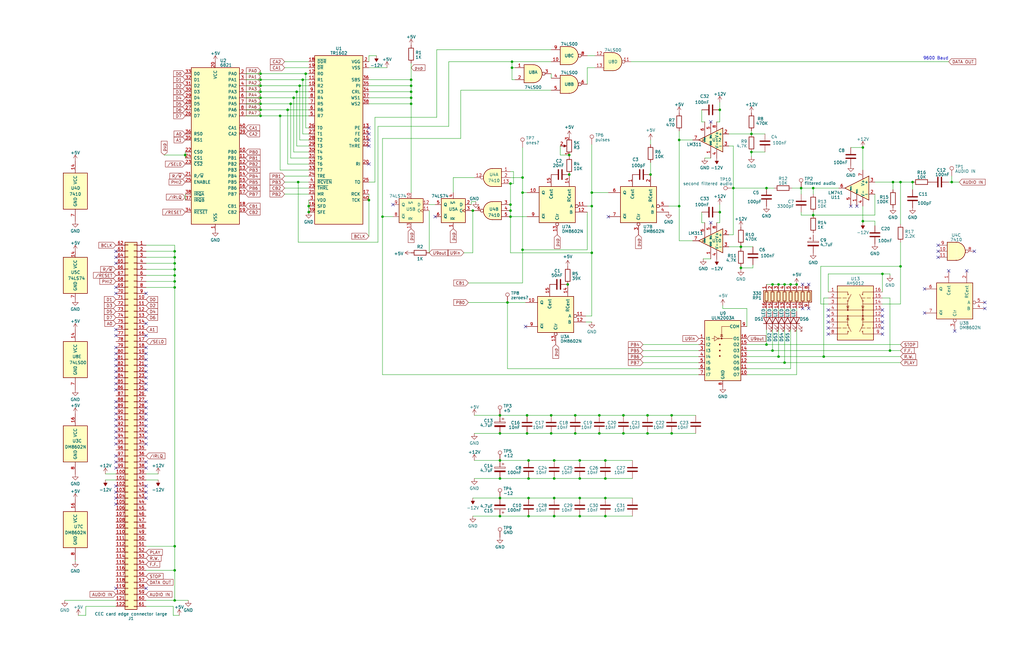
<source format=kicad_sch>
(kicad_sch (version 20230121) (generator eeschema)
  (paper "B")
  (junction (at 325.755 120.015))
  (junction (at 199.39 88.9))
  (junction (at 239.395 120.015))
  (junction (at 328.295 120.015))
  (junction (at 210.82 201.93))
  (junction (at 273.05 175.26))
  (junction (at 244.475 201.93))
  (junction (at 309.245 79.375))
  (junction (at 274.32 73.66))
  (junction (at 384.81 76.835))
  (junction (at 222.25 182.88))
  (junction (at 312.42 104.14))
  (junction (at 125.095 38.735))
  (junction (at 286.385 59.055))
  (junction (at 233.68 217.805))
  (junction (at 173.355 43.815))
  (junction (at 125.73 76.835))
  (junction (at 215.9 28.575))
  (junction (at 286.385 86.995))
  (junction (at 118.11 48.895))
  (junction (at 363.855 62.23))
  (junction (at 210.82 210.185))
  (junction (at 121.285 46.355))
  (junction (at 130.175 89.535))
  (junction (at 232.41 175.26))
  (junction (at 173.355 41.275))
  (junction (at 215.265 88.9))
  (junction (at 127.635 33.655))
  (junction (at 109.855 43.815))
  (junction (at 312.42 113.03))
  (junction (at 123.825 41.275))
  (junction (at 376.555 76.835))
  (junction (at 109.855 31.115))
  (junction (at 303.53 89.535))
  (junction (at 316.865 56.515))
  (junction (at 232.41 182.88))
  (junction (at 330.835 120.015))
  (junction (at 210.82 175.26))
  (junction (at 244.475 217.805))
  (junction (at 215.9 26.035))
  (junction (at 379.73 112.395))
  (junction (at 255.27 201.93))
  (junction (at 128.905 31.115))
  (junction (at 109.855 36.195))
  (junction (at 325.755 147.955))
  (junction (at 244.475 194.31))
  (junction (at 233.68 201.93))
  (junction (at 240.03 65.405))
  (junction (at 155.575 84.455))
  (junction (at 210.82 217.805))
  (junction (at 73.66 253.365))
  (junction (at 330.835 153.035))
  (junction (at 109.855 46.355))
  (junction (at 233.68 194.31))
  (junction (at 210.82 194.31))
  (junction (at 222.25 175.26))
  (junction (at 222.885 194.31))
  (junction (at 372.11 115.57))
  (junction (at 262.89 175.26))
  (junction (at 401.32 76.835))
  (junction (at 283.21 182.88))
  (junction (at 109.855 33.655))
  (junction (at 316.865 64.135))
  (junction (at 240.03 73.66))
  (junction (at 73.66 108.585))
  (junction (at 379.73 76.835))
  (junction (at 249.555 81.28))
  (junction (at 78.105 65.405))
  (junction (at 249.555 86.995))
  (junction (at 215.265 86.36))
  (junction (at 122.555 43.815))
  (junction (at 255.27 217.805))
  (junction (at 328.295 150.495))
  (junction (at 335.915 120.015))
  (junction (at 73.66 116.205))
  (junction (at 375.285 147.955))
  (junction (at 215.265 91.44))
  (junction (at 323.215 145.415))
  (junction (at 210.82 182.88))
  (junction (at 255.27 210.185))
  (junction (at 244.475 210.185))
  (junction (at 109.855 38.735))
  (junction (at 262.89 182.88))
  (junction (at 242.57 175.26))
  (junction (at 173.355 36.195))
  (junction (at 213.995 127.635))
  (junction (at 73.66 118.745))
  (junction (at 303.53 46.355))
  (junction (at 283.21 175.26))
  (junction (at 73.66 121.285))
  (junction (at 252.73 182.88))
  (junction (at 109.855 41.275))
  (junction (at 109.855 48.895))
  (junction (at 73.66 111.125))
  (junction (at 126.365 36.195))
  (junction (at 73.66 240.665))
  (junction (at 273.05 182.88))
  (junction (at 73.66 230.505))
  (junction (at 363.855 93.345))
  (junction (at 222.885 201.93))
  (junction (at 220.345 105.41))
  (junction (at 342.9 90.805))
  (junction (at 220.345 74.93))
  (junction (at 337.82 79.375))
  (junction (at 233.68 210.185))
  (junction (at 215.265 77.47))
  (junction (at 73.66 106.045))
  (junction (at 222.885 217.805))
  (junction (at 73.66 113.665))
  (junction (at 347.345 150.495))
  (junction (at 323.215 79.375))
  (junction (at 252.73 175.26))
  (junction (at 130.175 86.995))
  (junction (at 222.885 210.185))
  (junction (at 220.345 81.28))
  (junction (at 173.355 38.735))
  (junction (at 249.555 106.68))
  (junction (at 333.375 120.015))
  (junction (at 173.355 33.655))
  (junction (at 342.9 79.375))
  (junction (at 255.27 194.31))
  (junction (at 161.29 91.44))
  (junction (at 242.57 182.88))
  (no_connect (at 48.895 111.125))
  (no_connect (at 48.895 164.465))
  (no_connect (at 48.895 182.245))
  (no_connect (at 61.595 161.925))
  (no_connect (at 61.595 248.285))
  (no_connect (at 48.895 174.625))
  (no_connect (at 61.595 207.645))
  (no_connect (at 48.895 169.545))
  (no_connect (at 48.895 194.945))
  (no_connect (at 155.575 53.975))
  (no_connect (at 61.595 149.225))
  (no_connect (at 48.895 248.285))
  (no_connect (at 61.595 159.385))
  (no_connect (at 48.895 123.825))
  (no_connect (at 349.25 133.35))
  (no_connect (at 340.995 130.175))
  (no_connect (at 349.25 138.43))
  (no_connect (at 61.595 154.305))
  (no_connect (at 48.895 141.605))
  (no_connect (at 372.11 135.89))
  (no_connect (at 48.895 146.685))
  (no_connect (at 340.995 120.015))
  (no_connect (at 48.895 184.785))
  (no_connect (at 165.735 86.36))
  (no_connect (at 256.54 91.44))
  (no_connect (at 48.895 179.705))
  (no_connect (at 61.595 210.185))
  (no_connect (at 48.895 192.405))
  (no_connect (at 61.595 156.845))
  (no_connect (at 48.895 212.725))
  (no_connect (at 155.575 61.595))
  (no_connect (at 48.895 156.845))
  (no_connect (at 395.605 106.045))
  (no_connect (at 338.455 130.175))
  (no_connect (at 221.615 137.795))
  (no_connect (at 61.595 136.525))
  (no_connect (at 48.895 121.285))
  (no_connect (at 61.595 141.605))
  (no_connect (at 61.595 184.785))
  (no_connect (at 48.895 161.925))
  (no_connect (at 48.895 108.585))
  (no_connect (at 402.59 139.7))
  (no_connect (at 395.605 108.585))
  (no_connect (at 299.72 93.98))
  (no_connect (at 61.595 194.945))
  (no_connect (at 372.11 138.43))
  (no_connect (at 155.575 56.515))
  (no_connect (at 395.605 103.505))
  (no_connect (at 183.515 91.44))
  (no_connect (at 349.25 135.89))
  (no_connect (at 48.895 187.325))
  (no_connect (at 61.595 205.105))
  (no_connect (at 415.29 130.175))
  (no_connect (at 358.775 86.995))
  (no_connect (at 48.895 197.485))
  (no_connect (at 155.575 59.055))
  (no_connect (at 407.67 114.3))
  (no_connect (at 61.595 123.825))
  (no_connect (at 61.595 177.165))
  (no_connect (at 372.11 140.97))
  (no_connect (at 61.595 164.465))
  (no_connect (at 48.895 139.065))
  (no_connect (at 61.595 187.325))
  (no_connect (at 155.575 69.215))
  (no_connect (at 48.895 210.185))
  (no_connect (at 61.595 146.685))
  (no_connect (at 349.25 130.81))
  (no_connect (at 400.05 114.3))
  (no_connect (at 410.845 106.045))
  (no_connect (at 48.895 177.165))
  (no_connect (at 48.895 106.045))
  (no_connect (at 389.89 121.92))
  (no_connect (at 299.72 51.435))
  (no_connect (at 372.11 130.81))
  (no_connect (at 48.895 149.225))
  (no_connect (at 338.455 120.015))
  (no_connect (at 372.11 133.35))
  (no_connect (at 61.595 174.625))
  (no_connect (at 48.895 205.105))
  (no_connect (at 48.895 151.765))
  (no_connect (at 61.595 169.545))
  (no_connect (at 361.315 86.995))
  (no_connect (at 389.89 132.08))
  (no_connect (at 61.595 172.085))
  (no_connect (at 48.895 159.385))
  (no_connect (at 61.595 151.765))
  (no_connect (at 349.25 140.97))
  (no_connect (at 61.595 182.245))
  (no_connect (at 415.29 127.635))
  (no_connect (at 48.895 154.305))
  (no_connect (at 61.595 197.485))
  (no_connect (at 48.895 172.085))
  (no_connect (at 48.895 207.645))
  (no_connect (at 61.595 179.705))
  (wire (pts (xy 379.73 102.235) (xy 379.73 112.395)))
  (wire (pts (xy 274.32 68.58) (xy 274.32 73.66)))
  (wire (pts (xy 307.34 99.06) (xy 309.245 99.06)))
  (wire (pts (xy 184.15 20.955) (xy 232.41 20.955)))
  (wire (pts (xy 330.835 139.065) (xy 330.835 153.035)))
  (wire (pts (xy 309.245 79.375) (xy 323.215 79.375)))
  (wire (pts (xy 297.18 93.98) (xy 295.91 93.98)))
  (wire (pts (xy 200.025 182.88) (xy 210.82 182.88)))
  (wire (pts (xy 233.68 210.185) (xy 244.475 210.185)))
  (wire (pts (xy 297.18 66.675) (xy 299.72 66.675)))
  (wire (pts (xy 325.755 131.445) (xy 325.755 130.175)))
  (wire (pts (xy 337.82 81.915) (xy 337.82 79.375)))
  (wire (pts (xy 215.9 28.575) (xy 215.9 33.655)))
  (wire (pts (xy 159.385 53.34) (xy 189.23 53.34)))
  (wire (pts (xy 222.25 182.88) (xy 232.41 182.88)))
  (wire (pts (xy 349.25 115.57) (xy 349.25 123.19)))
  (wire (pts (xy 222.885 210.185) (xy 233.68 210.185)))
  (wire (pts (xy 109.855 43.815) (xy 122.555 43.815)))
  (wire (pts (xy 123.825 41.275) (xy 130.175 41.275)))
  (wire (pts (xy 155.575 76.835) (xy 158.115 76.835)))
  (wire (pts (xy 73.66 230.505) (xy 73.66 240.665)))
  (wire (pts (xy 222.885 201.93) (xy 233.68 201.93)))
  (wire (pts (xy 249.555 135.89) (xy 247.015 135.89)))
  (wire (pts (xy 61.595 103.505) (xy 73.66 103.505)))
  (wire (pts (xy 73.66 253.365) (xy 79.375 253.365)))
  (wire (pts (xy 247.65 105.41) (xy 220.345 105.41)))
  (wire (pts (xy 61.595 108.585) (xy 73.66 108.585)))
  (wire (pts (xy 249.555 106.68) (xy 215.265 106.68)))
  (wire (pts (xy 236.22 65.405) (xy 236.22 61.595)))
  (wire (pts (xy 401.32 76.835) (xy 401.32 74.295)))
  (wire (pts (xy 242.57 175.26) (xy 252.73 175.26)))
  (wire (pts (xy 375.285 125.73) (xy 375.285 147.955)))
  (wire (pts (xy 130.175 53.975) (xy 128.905 53.975)))
  (wire (pts (xy 121.285 69.215) (xy 121.285 46.355)))
  (wire (pts (xy 281.94 86.995) (xy 286.385 86.995)))
  (wire (pts (xy 217.17 33.655) (xy 215.9 33.655)))
  (wire (pts (xy 296.545 109.22) (xy 299.72 109.22)))
  (wire (pts (xy 330.835 120.015) (xy 333.375 120.015)))
  (wire (pts (xy 73.66 106.045) (xy 61.595 106.045)))
  (wire (pts (xy 337.82 89.535) (xy 337.82 90.805)))
  (wire (pts (xy 342.9 79.375) (xy 353.695 79.375)))
  (wire (pts (xy 249.555 106.68) (xy 249.555 133.35)))
  (wire (pts (xy 78.105 81.915) (xy 78.105 84.455)))
  (wire (pts (xy 349.25 128.27) (xy 346.075 128.27)))
  (wire (pts (xy 78.105 64.135) (xy 78.105 65.405)))
  (wire (pts (xy 379.73 112.395) (xy 379.73 128.27)))
  (wire (pts (xy 180.975 106.68) (xy 180.975 88.9)))
  (wire (pts (xy 314.96 153.035) (xy 330.835 153.035)))
  (wire (pts (xy 215.265 86.36) (xy 215.265 88.9)))
  (wire (pts (xy 109.855 33.655) (xy 127.635 33.655)))
  (wire (pts (xy 283.21 182.88) (xy 293.37 182.88)))
  (wire (pts (xy 194.31 58.42) (xy 194.31 38.1)))
  (wire (pts (xy 347.345 125.73) (xy 347.345 150.495)))
  (wire (pts (xy 161.29 158.115) (xy 294.64 158.115)))
  (wire (pts (xy 323.215 131.445) (xy 323.215 130.175)))
  (wire (pts (xy 307.34 56.515) (xy 316.865 56.515)))
  (wire (pts (xy 379.73 128.27) (xy 372.11 128.27)))
  (wire (pts (xy 61.595 200.025) (xy 66.675 200.025)))
  (wire (pts (xy 372.11 123.19) (xy 372.11 115.57)))
  (wire (pts (xy 233.68 201.93) (xy 244.475 201.93)))
  (wire (pts (xy 273.05 182.88) (xy 283.21 182.88)))
  (wire (pts (xy 335.915 139.065) (xy 335.915 158.115)))
  (wire (pts (xy 244.475 194.31) (xy 255.27 194.31)))
  (wire (pts (xy 126.365 59.055) (xy 126.365 36.195)))
  (wire (pts (xy 130.175 59.055) (xy 126.365 59.055)))
  (wire (pts (xy 303.53 43.18) (xy 303.53 46.355)))
  (wire (pts (xy 118.11 71.755) (xy 118.11 48.895)))
  (wire (pts (xy 333.375 120.015) (xy 335.915 120.015)))
  (wire (pts (xy 376.555 76.835) (xy 379.73 76.835)))
  (wire (pts (xy 155.575 23.495) (xy 155.575 26.035)))
  (wire (pts (xy 312.42 104.775) (xy 312.42 104.14)))
  (wire (pts (xy 309.245 61.595) (xy 309.245 79.375)))
  (wire (pts (xy 189.23 26.035) (xy 215.9 26.035)))
  (wire (pts (xy 155.575 33.655) (xy 173.355 33.655)))
  (wire (pts (xy 363.855 62.23) (xy 358.775 62.23)))
  (wire (pts (xy 120.015 74.295) (xy 130.175 74.295)))
  (wire (pts (xy 323.215 139.065) (xy 323.215 145.415)))
  (wire (pts (xy 155.575 36.195) (xy 173.355 36.195)))
  (wire (pts (xy 252.73 175.26) (xy 262.89 175.26)))
  (wire (pts (xy 158.75 23.495) (xy 155.575 23.495)))
  (wire (pts (xy 191.135 74.93) (xy 191.135 81.28)))
  (wire (pts (xy 103.505 38.735) (xy 109.855 38.735)))
  (wire (pts (xy 199.39 210.185) (xy 210.82 210.185)))
  (wire (pts (xy 249.555 60.96) (xy 249.555 81.28)))
  (wire (pts (xy 121.285 46.355) (xy 130.175 46.355)))
  (wire (pts (xy 328.295 131.445) (xy 328.295 130.175)))
  (wire (pts (xy 322.58 64.135) (xy 316.865 64.135)))
  (wire (pts (xy 197.485 119.38) (xy 220.345 119.38)))
  (wire (pts (xy 210.82 194.31) (xy 222.885 194.31)))
  (wire (pts (xy 349.25 115.57) (xy 372.11 115.57)))
  (wire (pts (xy 335.915 131.445) (xy 335.915 130.175)))
  (wire (pts (xy 292.1 59.055) (xy 286.385 59.055)))
  (wire (pts (xy 118.11 48.895) (xy 130.175 48.895)))
  (wire (pts (xy 215.265 91.44) (xy 215.265 88.9)))
  (wire (pts (xy 213.995 155.575) (xy 294.64 155.575)))
  (wire (pts (xy 303.53 93.98) (xy 303.53 89.535)))
  (wire (pts (xy 103.505 48.895) (xy 109.855 48.895)))
  (wire (pts (xy 215.9 26.035) (xy 232.41 26.035)))
  (wire (pts (xy 312.42 113.03) (xy 317.5 113.03)))
  (wire (pts (xy 73.025 255.905) (xy 61.595 255.905)))
  (wire (pts (xy 368.935 90.805) (xy 368.935 81.915)))
  (wire (pts (xy 61.595 240.665) (xy 73.66 240.665)))
  (wire (pts (xy 44.45 202.565) (xy 48.895 202.565)))
  (wire (pts (xy 233.68 194.31) (xy 244.475 194.31)))
  (wire (pts (xy 286.385 55.245) (xy 286.385 59.055)))
  (wire (pts (xy 161.29 58.42) (xy 194.31 58.42)))
  (wire (pts (xy 249.555 133.35) (xy 247.015 133.35)))
  (wire (pts (xy 222.885 217.805) (xy 233.68 217.805)))
  (wire (pts (xy 44.45 200.025) (xy 48.895 200.025)))
  (wire (pts (xy 346.075 128.27) (xy 346.075 112.395)))
  (wire (pts (xy 130.175 64.135) (xy 123.825 64.135)))
  (wire (pts (xy 333.375 139.065) (xy 333.375 155.575)))
  (wire (pts (xy 130.175 69.215) (xy 121.285 69.215)))
  (wire (pts (xy 69.215 65.405) (xy 78.105 65.405)))
  (wire (pts (xy 250.825 23.495) (xy 247.65 23.495)))
  (wire (pts (xy 61.595 230.505) (xy 73.66 230.505)))
  (wire (pts (xy 118.11 71.755) (xy 130.175 71.755)))
  (wire (pts (xy 244.475 210.185) (xy 255.27 210.185)))
  (wire (pts (xy 376.555 80.01) (xy 376.555 76.835)))
  (wire (pts (xy 255.27 210.185) (xy 266.7 210.185)))
  (wire (pts (xy 126.365 36.195) (xy 130.175 36.195)))
  (wire (pts (xy 274.32 59.055) (xy 274.32 60.96)))
  (wire (pts (xy 128.905 31.115) (xy 130.175 31.115)))
  (wire (pts (xy 103.505 33.655) (xy 109.855 33.655)))
  (wire (pts (xy 73.66 121.285) (xy 73.66 118.745)))
  (wire (pts (xy 127.635 33.655) (xy 130.175 33.655)))
  (wire (pts (xy 271.145 145.415) (xy 294.64 145.415)))
  (wire (pts (xy 109.855 31.115) (xy 128.905 31.115)))
  (wire (pts (xy 363.855 71.755) (xy 363.855 62.23)))
  (wire (pts (xy 363.855 86.995) (xy 363.855 93.345)))
  (wire (pts (xy 314.96 150.495) (xy 328.295 150.495)))
  (wire (pts (xy 247.65 28.575) (xy 250.825 28.575)))
  (wire (pts (xy 61.595 118.745) (xy 73.66 118.745)))
  (wire (pts (xy 271.145 150.495) (xy 294.64 150.495)))
  (wire (pts (xy 103.505 36.195) (xy 109.855 36.195)))
  (wire (pts (xy 273.05 175.26) (xy 283.21 175.26)))
  (wire (pts (xy 304.8 130.175) (xy 304.8 128.905)))
  (wire (pts (xy 232.41 31.115) (xy 232.41 33.02)))
  (wire (pts (xy 173.355 36.195) (xy 173.355 38.735)))
  (wire (pts (xy 316.865 56.515) (xy 322.58 56.515)))
  (wire (pts (xy 128.905 53.975) (xy 128.905 31.115)))
  (wire (pts (xy 372.11 125.73) (xy 375.285 125.73)))
  (wire (pts (xy 125.095 38.735) (xy 130.175 38.735)))
  (wire (pts (xy 384.81 80.01) (xy 384.81 76.835)))
  (wire (pts (xy 103.505 41.275) (xy 109.855 41.275)))
  (wire (pts (xy 215.265 77.47) (xy 216.535 77.47)))
  (wire (pts (xy 61.595 253.365) (xy 73.66 253.365)))
  (wire (pts (xy 155.575 81.915) (xy 155.575 84.455)))
  (wire (pts (xy 109.855 37.465) (xy 109.855 38.735)))
  (wire (pts (xy 103.505 31.115) (xy 109.855 31.115)))
  (wire (pts (xy 330.835 153.035) (xy 379.73 153.035)))
  (wire (pts (xy 215.265 77.47) (xy 215.265 86.36)))
  (wire (pts (xy 61.595 116.205) (xy 73.66 116.205)))
  (wire (pts (xy 304.8 130.175) (xy 314.96 130.175)))
  (wire (pts (xy 222.885 194.31) (xy 233.68 194.31)))
  (wire (pts (xy 199.39 88.9) (xy 200.025 88.9)))
  (wire (pts (xy 247.65 86.995) (xy 249.555 86.995)))
  (wire (pts (xy 314.96 158.115) (xy 335.915 158.115)))
  (wire (pts (xy 161.29 58.42) (xy 161.29 91.44)))
  (wire (pts (xy 200.025 74.93) (xy 191.135 74.93)))
  (wire (pts (xy 215.265 74.93) (xy 220.345 74.93)))
  (wire (pts (xy 222.25 175.26) (xy 232.41 175.26)))
  (wire (pts (xy 255.27 194.31) (xy 266.7 194.31)))
  (wire (pts (xy 240.03 65.405) (xy 240.03 66.04)))
  (wire (pts (xy 295.91 51.435) (xy 295.91 46.355)))
  (wire (pts (xy 75.565 259.715) (xy 73.025 259.715)))
  (wire (pts (xy 73.66 240.665) (xy 73.66 253.365)))
  (wire (pts (xy 73.66 116.205) (xy 73.66 113.665)))
  (wire (pts (xy 404.495 76.835) (xy 401.32 76.835)))
  (wire (pts (xy 109.855 46.355) (xy 121.285 46.355)))
  (wire (pts (xy 262.89 175.26) (xy 273.05 175.26)))
  (wire (pts (xy 247.65 35.56) (xy 247.65 28.575)))
  (wire (pts (xy 215.9 28.575) (xy 215.9 26.035)))
  (wire (pts (xy 379.73 94.615) (xy 379.73 76.835)))
  (wire (pts (xy 163.195 28.575) (xy 155.575 28.575)))
  (wire (pts (xy 109.855 45.085) (xy 109.855 46.355)))
  (wire (pts (xy 328.295 139.065) (xy 328.295 150.495)))
  (wire (pts (xy 286.385 101.6) (xy 292.1 101.6)))
  (wire (pts (xy 220.345 62.23) (xy 220.345 74.93)))
  (wire (pts (xy 337.82 90.805) (xy 342.9 90.805)))
  (wire (pts (xy 220.345 81.28) (xy 220.345 105.41)))
  (wire (pts (xy 73.66 113.665) (xy 61.595 113.665)))
  (wire (pts (xy 325.755 139.065) (xy 325.755 147.955)))
  (wire (pts (xy 252.73 182.88) (xy 262.89 182.88)))
  (wire (pts (xy 120.015 81.915) (xy 130.175 81.915)))
  (wire (pts (xy 120.015 26.035) (xy 130.175 26.035)))
  (wire (pts (xy 210.82 217.805) (xy 222.885 217.805)))
  (wire (pts (xy 109.855 38.735) (xy 125.095 38.735)))
  (wire (pts (xy 173.355 41.275) (xy 173.355 43.815)))
  (wire (pts (xy 103.505 46.355) (xy 109.855 46.355)))
  (wire (pts (xy 210.82 210.185) (xy 222.885 210.185)))
  (wire (pts (xy 199.39 217.805) (xy 210.82 217.805)))
  (wire (pts (xy 334.01 79.375) (xy 337.82 79.375)))
  (wire (pts (xy 109.855 42.545) (xy 109.855 43.815)))
  (wire (pts (xy 130.175 61.595) (xy 125.095 61.595)))
  (wire (pts (xy 215.265 91.44) (xy 222.25 91.44)))
  (wire (pts (xy 247.65 89.535) (xy 247.65 105.41)))
  (wire (pts (xy 220.345 105.41) (xy 220.345 119.38)))
  (wire (pts (xy 317.5 113.03) (xy 317.5 111.76)))
  (wire (pts (xy 220.345 81.28) (xy 222.25 81.28)))
  (wire (pts (xy 295.91 93.98) (xy 295.91 89.535)))
  (wire (pts (xy 173.355 38.735) (xy 173.355 41.275)))
  (wire (pts (xy 73.66 113.665) (xy 73.66 111.125)))
  (wire (pts (xy 233.68 217.805) (xy 244.475 217.805)))
  (wire (pts (xy 210.82 201.93) (xy 222.885 201.93)))
  (wire (pts (xy 368.935 95.25) (xy 368.935 93.345)))
  (wire (pts (xy 120.015 76.835) (xy 125.73 76.835)))
  (wire (pts (xy 159.385 102.235) (xy 159.385 53.34)))
  (wire (pts (xy 27.305 253.365) (xy 48.895 253.365)))
  (wire (pts (xy 213.995 127.635) (xy 213.995 155.575)))
  (wire (pts (xy 297.18 51.435) (xy 295.91 51.435)))
  (wire (pts (xy 256.54 81.28) (xy 249.555 81.28)))
  (wire (pts (xy 155.575 84.455) (xy 155.575 99.695)))
  (wire (pts (xy 198.755 86.36) (xy 198.755 85.09)))
  (wire (pts (xy 215.9 28.575) (xy 217.17 28.575)))
  (wire (pts (xy 368.935 93.345) (xy 363.855 93.345)))
  (wire (pts (xy 249.555 81.28) (xy 249.555 86.995)))
  (wire (pts (xy 197.485 127.635) (xy 213.995 127.635)))
  (wire (pts (xy 255.27 217.805) (xy 266.7 217.805)))
  (wire (pts (xy 325.755 120.015) (xy 328.295 120.015)))
  (wire (pts (xy 302.26 93.98) (xy 303.53 93.98)))
  (wire (pts (xy 302.26 51.435) (xy 303.53 51.435)))
  (wire (pts (xy 198.755 85.09) (xy 200.66 85.09)))
  (wire (pts (xy 199.39 88.9) (xy 199.39 106.68)))
  (wire (pts (xy 130.175 84.455) (xy 130.175 86.995)))
  (wire (pts (xy 240.03 65.405) (xy 236.22 65.405)))
  (wire (pts (xy 199.39 106.68) (xy 195.58 106.68)))
  (wire (pts (xy 337.82 79.375) (xy 342.9 79.375)))
  (wire (pts (xy 309.245 79.375) (xy 309.245 99.06)))
  (wire (pts (xy 271.145 147.955) (xy 294.64 147.955)))
  (wire (pts (xy 158.115 76.835) (xy 158.115 49.53)))
  (wire (pts (xy 194.31 38.1) (xy 232.41 38.1)))
  (wire (pts (xy 323.215 145.415) (xy 379.73 145.415)))
  (wire (pts (xy 368.935 76.835) (xy 376.555 76.835)))
  (wire (pts (xy 158.115 49.53) (xy 184.15 49.53)))
  (wire (pts (xy 342.9 90.805) (xy 368.935 90.805)))
  (wire (pts (xy 73.66 108.585) (xy 73.66 106.045)))
  (wire (pts (xy 120.015 79.375) (xy 130.175 79.375)))
  (wire (pts (xy 323.215 79.375) (xy 326.39 79.375)))
  (wire (pts (xy 161.29 91.44) (xy 161.29 158.115)))
  (wire (pts (xy 155.575 43.815) (xy 173.355 43.815)))
  (wire (pts (xy 312.42 104.14) (xy 317.5 104.14)))
  (wire (pts (xy 379.73 76.835) (xy 384.81 76.835)))
  (wire (pts (xy 36.195 255.905) (xy 48.895 255.905)))
  (wire (pts (xy 109.855 36.195) (xy 126.365 36.195)))
  (wire (pts (xy 122.555 43.815) (xy 130.175 43.815)))
  (wire (pts (xy 173.355 43.815) (xy 173.355 81.28)))
  (wire (pts (xy 125.73 76.835) (xy 125.73 102.235)))
  (wire (pts (xy 242.57 182.88) (xy 252.73 182.88)))
  (wire (pts (xy 61.595 121.285) (xy 73.66 121.285)))
  (wire (pts (xy 333.375 131.445) (xy 333.375 130.175)))
  (wire (pts (xy 184.15 49.53) (xy 184.15 20.955)))
  (wire (pts (xy 36.195 259.715) (xy 36.195 255.905)))
  (wire (pts (xy 210.82 182.88) (xy 222.25 182.88)))
  (wire (pts (xy 314.96 155.575) (xy 333.375 155.575)))
  (wire (pts (xy 325.755 147.955) (xy 375.285 147.955)))
  (wire (pts (xy 198.755 88.9) (xy 199.39 88.9)))
  (wire (pts (xy 309.245 61.595) (xy 307.34 61.595)))
  (wire (pts (xy 122.555 66.675) (xy 130.175 66.675)))
  (wire (pts (xy 312.42 113.665) (xy 312.42 113.03)))
  (wire (pts (xy 109.855 29.845) (xy 109.855 31.115)))
  (wire (pts (xy 372.11 115.57) (xy 375.285 115.57)))
  (wire (pts (xy 314.96 130.175) (xy 314.96 137.795)))
  (wire (pts (xy 342.9 89.535) (xy 342.9 90.805)))
  (wire (pts (xy 375.285 115.57) (xy 375.285 116.205)))
  (wire (pts (xy 330.835 131.445) (xy 330.835 130.175)))
  (wire (pts (xy 31.75 236.22) (xy 31.75 236.855)))
  (wire (pts (xy 271.145 153.035) (xy 294.64 153.035)))
  (wire (pts (xy 127.635 56.515) (xy 127.635 33.655)))
  (wire (pts (xy 213.995 127.635) (xy 221.615 127.635)))
  (wire (pts (xy 328.295 120.015) (xy 330.835 120.015)))
  (wire (pts (xy 200.025 201.93) (xy 210.82 201.93)))
  (wire (pts (xy 103.505 43.815) (xy 109.855 43.815)))
  (wire (pts (xy 123.825 64.135) (xy 123.825 41.275)))
  (wire (pts (xy 328.295 150.495) (xy 347.345 150.495)))
  (wire (pts (xy 125.73 76.835) (xy 130.175 76.835)))
  (wire (pts (xy 109.855 41.275) (xy 123.825 41.275)))
  (wire (pts (xy 262.89 182.88) (xy 273.05 182.88)))
  (wire (pts (xy 125.095 61.595) (xy 125.095 38.735)))
  (wire (pts (xy 314.96 147.955) (xy 325.755 147.955)))
  (wire (pts (xy 109.855 34.925) (xy 109.855 36.195)))
  (wire (pts (xy 200.025 194.31) (xy 210.82 194.31)))
  (wire (pts (xy 346.075 112.395) (xy 379.73 112.395)))
  (wire (pts (xy 220.345 74.93) (xy 220.345 81.28)))
  (wire (pts (xy 78.105 65.405) (xy 78.105 66.675)))
  (wire (pts (xy 363.855 93.345) (xy 363.855 93.98)))
  (wire (pts (xy 73.66 106.045) (xy 73.66 103.505)))
  (wire (pts (xy 249.555 86.995) (xy 249.555 106.68)))
  (wire (pts (xy 155.575 41.275) (xy 173.355 41.275)))
  (wire (pts (xy 244.475 201.93) (xy 255.27 201.93)))
  (wire (pts (xy 314.96 145.415) (xy 323.215 145.415)))
  (wire (pts (xy 216.535 72.39) (xy 215.265 72.39)))
  (wire (pts (xy 180.975 86.36) (xy 183.515 86.36)))
  (wire (pts (xy 266.065 26.035) (xy 400.05 26.035)))
  (wire (pts (xy 73.66 111.125) (xy 61.595 111.125)))
  (wire (pts (xy 303.53 86.36) (xy 303.53 89.535)))
  (wire (pts (xy 349.25 125.73) (xy 347.345 125.73)))
  (wire (pts (xy 73.66 121.285) (xy 73.66 230.505)))
  (wire (pts (xy 122.555 66.675) (xy 122.555 43.815)))
  (wire (pts (xy 216.535 77.47) (xy 216.535 72.39)))
  (wire (pts (xy 232.41 182.88) (xy 242.57 182.88)))
  (wire (pts (xy 303.53 51.435) (xy 303.53 46.355)))
  (wire (pts (xy 286.385 59.055) (xy 286.385 86.995)))
  (wire (pts (xy 347.345 150.495) (xy 379.73 150.495)))
  (wire (pts (xy 120.015 28.575) (xy 130.175 28.575)))
  (wire (pts (xy 316.865 64.135) (xy 316.865 66.04)))
  (wire (pts (xy 316.865 55.245) (xy 316.865 56.515)))
  (wire (pts (xy 244.475 217.805) (xy 255.27 217.805)))
  (wire (pts (xy 165.735 91.44) (xy 161.29 91.44)))
  (wire (pts (xy 189.23 53.34) (xy 189.23 26.035)))
  (wire (pts (xy 73.66 111.125) (xy 73.66 108.585)))
  (wire (pts (xy 73.66 118.745) (xy 73.66 116.205)))
  (wire (pts (xy 61.595 202.565) (xy 66.675 202.565)))
  (wire (pts (xy 155.575 38.735) (xy 173.355 38.735)))
  (wire (pts (xy 255.27 201.93) (xy 266.7 201.93)))
  (wire (pts (xy 286.385 86.995) (xy 286.385 101.6)))
  (wire (pts (xy 200.025 175.26) (xy 210.82 175.26)))
  (wire (pts (xy 109.855 47.625) (xy 109.855 48.895)))
  (wire (pts (xy 215.265 106.68) (xy 215.265 91.44)))
  (wire (pts (xy 232.41 175.26) (xy 242.57 175.26)))
  (wire (pts (xy 36.195 259.715) (xy 33.02 259.715)))
  (wire (pts (xy 375.285 147.955) (xy 379.73 147.955)))
  (wire (pts (xy 312.42 113.03) (xy 312.42 112.395)))
  (wire (pts (xy 323.215 120.015) (xy 325.755 120.015)))
  (wire (pts (xy 109.855 48.895) (xy 118.11 48.895)))
  (wire (pts (xy 283.21 175.26) (xy 293.37 175.26)))
  (wire (pts (xy 312.42 104.14) (xy 312.42 103.505)))
  (wire (pts (xy 307.34 104.14) (xy 312.42 104.14)))
  (wire (pts (xy 342.9 81.915) (xy 342.9 79.375)))
  (wire (pts (xy 73.025 259.715) (xy 73.025 255.905)))
  (wire (pts (xy 109.855 40.005) (xy 109.855 41.275)))
  (wire (pts (xy 400.05 76.835) (xy 401.32 76.835)))
  (wire (pts (xy 173.355 33.655) (xy 173.355 36.195)))
  (wire (pts (xy 173.355 26.67) (xy 173.355 33.655)))
  (wire (pts (xy 210.82 175.26) (xy 222.25 175.26)))
  (wire (pts (xy 130.175 86.995) (xy 130.175 89.535)))
  (wire (pts (xy 125.73 102.235) (xy 159.385 102.235)))
  (wire (pts (xy 130.175 56.515) (xy 127.635 56.515)))
  (wire (pts (xy 109.855 32.385) (xy 109.855 33.655)))
  (text "9600 Baud" (at 389.255 25.4 0) (effects (font (size 1.27 1.27)) (justify left bottom)))
  (global_label "DATA OUT" (shape input) (at 400.05 26.035 0) (property "Intersheetrefs" "${INTERSHEET_REFS}" (effects hide)))
  (global_label "BCLK" (shape input) (at 48.895 103.505 180) (property "Intersheetrefs" "${INTERSHEET_REFS}" (effects hide)))
  (global_label "{slash}RESET" (shape input) (at 78.105 89.535 180) (property "Intersheetrefs" "${INTERSHEET_REFS}" (effects hide)))
  (global_label "D7" (shape input) (at 48.895 133.985 180) (property "Intersheetrefs" "${INTERSHEET_REFS}" (effects hide)))
  (global_label "PB6" (shape input) (at 271.145 150.495 180) (property "Intersheetrefs" "${INTERSHEET_REFS}" (effects hide)))
  (global_label "DATA OUT" (shape input) (at 61.595 245.745 0) (property "Intersheetrefs" "${INTERSHEET_REFS}" (effects hide)))
  (global_label "R{slash}~{W}" (shape input) (at 78.105 74.295 180) (property "Intersheetrefs" "${INTERSHEET_REFS}" (effects hide)))
  (global_label "PB0" (shape input) (at 103.505 64.135 0) (property "Intersheetrefs" "${INTERSHEET_REFS}" (effects hide)))
  (global_label "D6" (shape input) (at 78.105 46.355 180) (property "Intersheetrefs" "${INTERSHEET_REFS}" (effects hide)))
  (global_label "PA0" (shape input) (at 109.855 29.845 180) (property "Intersheetrefs" "${INTERSHEET_REFS}" (effects hide)))
  (global_label "PB4" (shape input) (at 103.505 74.295 0) (property "Intersheetrefs" "${INTERSHEET_REFS}" (effects hide)))
  (global_label "D4" (shape input) (at 78.105 41.275 180) (property "Intersheetrefs" "${INTERSHEET_REFS}" (effects hide)))
  (global_label "PA4" (shape input) (at 109.855 40.005 180) (property "Intersheetrefs" "${INTERSHEET_REFS}" (effects hide)))
  (global_label "D2" (shape input) (at 78.105 36.195 180) (property "Intersheetrefs" "${INTERSHEET_REFS}" (effects hide)))
  (global_label "PB1" (shape input) (at 103.505 66.675 0) (property "Intersheetrefs" "${INTERSHEET_REFS}" (effects hide)))
  (global_label "CB2" (shape input) (at 103.505 89.535 0) (property "Intersheetrefs" "${INTERSHEET_REFS}" (effects hide)))
  (global_label "F.F." (shape input) (at 379.73 147.955 0) (property "Intersheetrefs" "${INTERSHEET_REFS}" (effects hide)))
  (global_label "pup" (shape input) (at 173.355 28.575 0) (property "Intersheetrefs" "${INTERSHEET_REFS}" (effects hide)))
  (global_label "PA1" (shape input) (at 109.855 32.385 180) (property "Intersheetrefs" "${INTERSHEET_REFS}" (effects hide)))
  (global_label "D3" (shape input) (at 48.895 128.905 180) (property "Intersheetrefs" "${INTERSHEET_REFS}" (effects hide)))
  (global_label "pup" (shape input) (at 234.95 99.06 270) (property "Intersheetrefs" "${INTERSHEET_REFS}" (effects hide)))
  (global_label "PB0" (shape input) (at 197.485 127.635 180) (property "Intersheetrefs" "${INTERSHEET_REFS}" (effects hide)))
  (global_label "PB7" (shape input) (at 103.505 81.915 0) (property "Intersheetrefs" "${INTERSHEET_REFS}" (effects hide)))
  (global_label "{slash}IRLQ" (shape input) (at 61.595 192.405 0) (property "Intersheetrefs" "${INTERSHEET_REFS}" (effects hide)))
  (global_label "PB2" (shape input) (at 120.015 81.915 180) (property "Intersheetrefs" "${INTERSHEET_REFS}" (effects hide)))
  (global_label "R.W." (shape input) (at 379.73 150.495 0) (property "Intersheetrefs" "${INTERSHEET_REFS}" (effects hide)))
  (global_label "PA5" (shape input) (at 109.855 42.545 180) (property "Intersheetrefs" "${INTERSHEET_REFS}" (effects hide)))
  (global_label "pup" (shape input) (at 191.135 96.52 270) (property "Intersheetrefs" "${INTERSHEET_REFS}" (effects hide)))
  (global_label "D6" (shape input) (at 61.595 133.985 0) (property "Intersheetrefs" "${INTERSHEET_REFS}" (effects hide)))
  (global_label "D0" (shape input) (at 78.105 31.115 180) (property "Intersheetrefs" "${INTERSHEET_REFS}" (effects hide)))
  (global_label "U9out" (shape input) (at 180.975 106.68 0) (property "Intersheetrefs" "${INTERSHEET_REFS}" (effects hide)))
  (global_label "PA7" (shape input) (at 109.855 47.625 180) (property "Intersheetrefs" "${INTERSHEET_REFS}" (effects hide)))
  (global_label "CA2" (shape input) (at 103.505 56.515 0) (property "Intersheetrefs" "${INTERSHEET_REFS}" (effects hide)))
  (global_label "PLAY" (shape input) (at 379.73 153.035 0) (property "Intersheetrefs" "${INTERSHEET_REFS}" (effects hide)))
  (global_label "A0" (shape input) (at 78.105 56.515 180) (property "Intersheetrefs" "${INTERSHEET_REFS}" (effects hide)))
  (global_label "PHI2" (shape input) (at 48.895 118.745 180) (property "Intersheetrefs" "${INTERSHEET_REFS}" (effects hide)))
  (global_label "STOP" (shape input) (at 61.595 243.205 0) (property "Intersheetrefs" "${INTERSHEET_REFS}" (effects hide)))
  (global_label "AUDIO IN" (shape input) (at 61.595 250.825 0) (property "Intersheetrefs" "${INTERSHEET_REFS}" (effects hide)))
  (global_label "pup" (shape input) (at 269.24 99.06 270) (property "Intersheetrefs" "${INTERSHEET_REFS}" (effects hide)))
  (global_label "PHI2" (shape input) (at 78.105 76.835 180) (property "Intersheetrefs" "${INTERSHEET_REFS}" (effects hide)))
  (global_label "{slash}RESET" (shape input) (at 48.895 116.205 180) (property "Intersheetrefs" "${INTERSHEET_REFS}" (effects hide)))
  (global_label "PB5" (shape input) (at 271.145 147.955 180) (property "Intersheetrefs" "${INTERSHEET_REFS}" (effects hide)))
  (global_label "R.W." (shape input) (at 61.595 235.585 0) (property "Intersheetrefs" "${INTERSHEET_REFS}" (effects hide)))
  (global_label "PB6" (shape input) (at 103.505 79.375 0) (property "Intersheetrefs" "${INTERSHEET_REFS}" (effects hide)))
  (global_label "U9in" (shape input) (at 195.58 106.68 180) (property "Intersheetrefs" "${INTERSHEET_REFS}" (effects hide)))
  (global_label "CB1" (shape input) (at 197.485 119.38 180) (property "Intersheetrefs" "${INTERSHEET_REFS}" (effects hide)))
  (global_label "R{slash}~{W}" (shape input) (at 48.895 113.665 180) (property "Intersheetrefs" "${INTERSHEET_REFS}" (effects hide)))
  (global_label "D1" (shape input) (at 78.105 33.655 180) (property "Intersheetrefs" "${INTERSHEET_REFS}" (effects hide)))
  (global_label "PB2" (shape input) (at 103.505 69.215 0) (property "Intersheetrefs" "${INTERSHEET_REFS}" (effects hide)))
  (global_label "PB1" (shape input) (at 120.015 74.295 180) (property "Intersheetrefs" "${INTERSHEET_REFS}" (effects hide)))
  (global_label "D0" (shape input) (at 61.595 126.365 0) (property "Intersheetrefs" "${INTERSHEET_REFS}" (effects hide)))
  (global_label "PB3" (shape input) (at 120.015 76.835 180) (property "Intersheetrefs" "${INTERSHEET_REFS}" (effects hide)))
  (global_label "BCLK" (shape input) (at 155.575 99.695 180) (property "Intersheetrefs" "${INTERSHEET_REFS}" (effects hide)))
  (global_label "PLAY" (shape input) (at 61.595 233.045 0) (property "Intersheetrefs" "${INTERSHEET_REFS}" (effects hide)))
  (global_label "U9out" (shape input) (at 314.96 142.875 0) (property "Intersheetrefs" "${INTERSHEET_REFS}" (effects hide)))
  (global_label "AUDIO IN" (shape input) (at 404.495 76.835 0) (property "Intersheetrefs" "${INTERSHEET_REFS}" (effects hide)))
  (global_label "PB3" (shape input) (at 103.505 71.755 0) (property "Intersheetrefs" "${INTERSHEET_REFS}" (effects hide)))
  (global_label "PA6" (shape input) (at 109.855 45.085 180) (property "Intersheetrefs" "${INTERSHEET_REFS}" (effects hide)))
  (global_label "PA3" (shape input) (at 109.855 37.465 180) (property "Intersheetrefs" "${INTERSHEET_REFS}" (effects hide)))
  (global_label "D2" (shape input) (at 61.595 128.905 0) (property "Intersheetrefs" "${INTERSHEET_REFS}" (effects hide)))
  (global_label "pup" (shape input) (at 234.315 145.415 270) (property "Intersheetrefs" "${INTERSHEET_REFS}" (effects hide)))
  (global_label "PB4" (shape input) (at 271.145 145.415 180) (property "Intersheetrefs" "${INTERSHEET_REFS}" (effects hide)))
  (global_label "D7" (shape input) (at 78.105 48.895 180) (property "Intersheetrefs" "${INTERSHEET_REFS}" (effects hide)))
  (global_label "D5" (shape input) (at 48.895 131.445 180) (property "Intersheetrefs" "${INTERSHEET_REFS}" (effects hide)))
  (global_label "pup" (shape input) (at 69.215 65.405 90) (property "Intersheetrefs" "${INTERSHEET_REFS}" (effects hide)))
  (global_label "D4" (shape input) (at 61.595 131.445 0) (property "Intersheetrefs" "${INTERSHEET_REFS}" (effects hide)))
  (global_label "D1" (shape input) (at 48.895 126.365 180) (property "Intersheetrefs" "${INTERSHEET_REFS}" (effects hide)))
  (global_label "A1" (shape input) (at 78.105 59.055 180) (property "Intersheetrefs" "${INTERSHEET_REFS}" (effects hide)))
  (global_label "D3" (shape input) (at 78.105 38.735 180) (property "Intersheetrefs" "${INTERSHEET_REFS}" (effects hide)))
  (global_label "D5" (shape input) (at 78.105 43.815 180) (property "Intersheetrefs" "${INTERSHEET_REFS}" (effects hide)))
  (global_label "PB7" (shape input) (at 271.145 153.035 180) (property "Intersheetrefs" "${INTERSHEET_REFS}" (effects hide)))
  (global_label "CA2" (shape input) (at 120.015 26.035 180) (property "Intersheetrefs" "${INTERSHEET_REFS}" (effects hide)))
  (global_label "AUDIO IN" (shape input) (at 48.895 250.825 180) (property "Intersheetrefs" "${INTERSHEET_REFS}" (effects hide)))
  (global_label "PA2" (shape input) (at 109.855 34.925 180) (property "Intersheetrefs" "${INTERSHEET_REFS}" (effects hide)))
  (global_label "CA1" (shape input) (at 103.505 53.975 0) (property "Intersheetrefs" "${INTERSHEET_REFS}" (effects hide)))
  (global_label "pup" (shape input) (at 173.355 96.52 270) (property "Intersheetrefs" "${INTERSHEET_REFS}" (effects hide)))
  (global_label "CA1" (shape input) (at 120.015 28.575 180) (property "Intersheetrefs" "${INTERSHEET_REFS}" (effects hide)))
  (global_label "U9in" (shape input) (at 294.64 142.875 180) (property "Intersheetrefs" "${INTERSHEET_REFS}" (effects hide)))
  (global_label "A1" (shape input) (at 61.595 139.065 0) (property "Intersheetrefs" "${INTERSHEET_REFS}" (effects hide)))
  (global_label "{slash}SEL0" (shape input) (at 61.595 144.145 0) (property "Intersheetrefs" "${INTERSHEET_REFS}" (effects hide)))
  (global_label "F.F." (shape input) (at 61.595 238.125 0) (property "Intersheetrefs" "${INTERSHEET_REFS}" (effects hide)))
  (global_label "A0" (shape input) (at 48.895 136.525 180) (property "Intersheetrefs" "${INTERSHEET_REFS}" (effects hide)))
  (global_label "CB2" (shape input) (at 120.015 79.375 180) (property "Intersheetrefs" "${INTERSHEET_REFS}" (effects hide)))
  (global_label "{slash}SEL0" (shape input) (at 78.105 69.215 180) (property "Intersheetrefs" "${INTERSHEET_REFS}" (effects hide)))
  (global_label "STOP" (shape input) (at 379.73 145.415 0) (property "Intersheetrefs" "${INTERSHEET_REFS}" (effects hide)))
  (global_label "PB5" (shape input) (at 103.505 76.835 0) (property "Intersheetrefs" "${INTERSHEET_REFS}" (effects hide)))
  (global_label "CB1" (shape input) (at 103.505 86.995 0) (property "Intersheetrefs" "${INTERSHEET_REFS}" (effects hide)))
  (global_label "{slash}IRLQ" (shape input) (at 78.105 83.185 180) (property "Intersheetrefs" "${INTERSHEET_REFS}" (effects hide)))
  (symbol (lib_id "Device:R") (at 330.2 79.375 270) (mirror x) (unit 1)
    (property "Reference" "R12" (at 330.2 75.3491 90))
    (property "Value" "10K" (at 330.2 77.2701 90))
    (property "Footprint" "Resistor_THT:R_Axial_DIN0309_L9.0mm_D3.2mm_P12.70mm_Horizontal" (effects hide))
  )
  (symbol (lib_id "Device:C") (at 255.27 213.995 0) (mirror y) (unit 1)
    (property "Reference" "C30" (at 252.349 213.3513 0) (effects (justify left)))
    (property "Value" "10nF" (at 252.349 215.2723 0) (effects (justify left)))
    (property "Footprint" "Capacitor_THT:C_Rect_L9.0mm_W2.5mm_P7.50mm_MKT" (effects hide))
  )
  (symbol (lib_id "Transistor_Array:ULN2003A") (at 304.8 147.955 0) (unit 1)
    (property "Reference" "U9" (at 304.8 132.2451 0))
    (property "Value" "ULN2003A" (at 304.8 134.1661 0))
    (property "Footprint" "Package_DIP:DIP-16_W7.62mm" (effects hide))
    (property "Datasheet" "http://www.ti.com/lit/ds/symlink/uln2003a.pdf" (effects hide))
  )
  (symbol (lib_id "Evan's parts:DM8602N") (at 234.315 132.715 0) (unit 1)
    (property "Reference" "U3" (at 236.2709 142.0575 0) (effects (justify left)))
    (property "Value" "DM8602N" (at 236.2709 143.9785 0) (effects (justify left)))
  )
  (symbol (lib_id "Device:LED") (at 335.915 135.255 90) (unit 1)
    (property "Reference" "DS6" (at 337.185 134.62 90) (effects (justify right)))
    (property "Value" "LED" (at 334.645 130.175 0) (effects (justify right)))
    (property "Footprint" "LED_THT:LED_D5.0mm_Horizontal_O3.81mm_Z15.0mm" (effects hide))
  )
  (symbol (lib_id "Device:C") (at 262.89 179.07 0) (mirror y) (unit 1)
    (property "Reference" "C20" (at 259.969 178.4263 0) (effects (justify left)))
    (property "Value" "10nF" (at 259.969 180.3473 0) (effects (justify left)))
    (property "Footprint" "Capacitor_THT:C_Rect_L9.0mm_W2.5mm_P7.50mm_MKT" (effects hide))
  )
  (symbol (lib_id "Device:C") (at 266.7 198.12 0) (mirror y) (unit 1)
    (property "Reference" "C27" (at 263.779 197.4763 0) (effects (justify left)))
    (property "Value" "10nF" (at 263.779 199.3973 0) (effects (justify left)))
    (property "Footprint" "Capacitor_THT:C_Rect_L9.0mm_W2.5mm_P7.50mm_MKT" (effects hide))
  )
  (symbol (lib_id "Comparator:LM311") (at 299.72 101.6 0) (mirror y) (unit 1)
    (property "Reference" "U10" (at 302.26 101.6 0))
    (property "Value" "LM311" (at 293.37 98.425 0))
    (property "Datasheet" "https://www.st.com/resource/en/datasheet/lm311.pdf" (effects hide))
  )
  (symbol (lib_id "Device:C") (at 317.5 107.95 0) (unit 1)
    (property "Reference" "C6" (at 320.04 105.41 0) (effects (justify left)))
    (property "Value" "100nF" (at 320.675 107.95 0) (effects (justify left)))
    (property "Footprint" "Capacitor_THT:C_Rect_L9.0mm_W2.5mm_P7.50mm_MKT" (effects hide))
  )
  (symbol (lib_id "power:GND") (at 200.66 85.09 0) (unit 1)
    (property "Reference" "#PWR056" (effects hide))
    (property "Value" "GND" (at 200.025 83.82 0))
  )
  (symbol (lib_id "power:-12V") (at 302.26 66.675 180) (unit 1)
    (property "Reference" "#PWR033" (effects hide))
    (property "Value" "-12V" (at 302.26 70.8105 0))
  )
  (symbol (lib_id "Connector:TestPoint") (at 220.345 62.23 0) (unit 1)
    (property "Reference" "TP7" (at 221.742 58.2843 0) (effects (justify left)))
    (property "Value" "ones?" (at 221.742 60.2053 0) (effects (justify left)))
    (property "Footprint" "TestPoint:TestPoint_Plated_Hole_D3.0mm" (effects hide))
  )
  (symbol (lib_id "Device:C") (at 384.81 83.82 0) (mirror x) (unit 1)
    (property "Reference" "C11" (at 389.255 81.915 0))
    (property "Value" "100pF" (at 389.89 85.725 0))
    (property "Footprint" "Capacitor_THT:C_Rect_L7.0mm_W2.5mm_P5.00mm" (effects hide))
  )
  (symbol (lib_id "power:+5V") (at 31.75 210.82 0) (unit 1)
    (property "Reference" "#PWR050" (effects hide))
    (property "Value" "+5V" (at 31.75 207.3181 0))
  )
  (symbol (lib_id "Device:R") (at 274.32 64.77 0) (mirror y) (unit 1)
    (property "Reference" "R6" (at 276.098 64.1263 0) (effects (justify right)))
    (property "Value" "10K" (at 276.098 66.0473 0) (effects (justify right)))
    (property "Footprint" "Resistor_THT:R_Axial_DIN0309_L9.0mm_D3.2mm_P12.70mm_Horizontal" (effects hide))
  )
  (symbol (lib_id "74xx:74LS00") (at 224.79 31.115 0) (unit 1)
    (property "Reference" "U8" (at 224.79 30.48 0))
    (property "Value" "74LS00" (at 224.79 36.83 0))
    (property "Datasheet" "http://www.ti.com/lit/gpn/sn74ls00" (effects hide))
  )
  (symbol (lib_id "power:GND") (at 358.775 69.85 0) (unit 1)
    (property "Reference" "#PWR024" (effects hide))
    (property "Value" "GND" (at 358.775 73.9855 0))
  )
  (symbol (lib_id "Device:C") (at 222.25 179.07 0) (mirror y) (unit 1)
    (property "Reference" "C16" (at 219.329 178.4263 0) (effects (justify left)))
    (property "Value" "10nF" (at 219.329 180.3473 0) (effects (justify left)))
    (property "Footprint" "Capacitor_THT:C_Rect_L9.0mm_W2.5mm_P7.50mm_MKT" (effects hide))
  )
  (symbol (lib_id "Device:C") (at 242.57 179.07 0) (mirror y) (unit 1)
    (property "Reference" "C18" (at 239.649 178.4263 0) (effects (justify left)))
    (property "Value" "10nF" (at 239.649 180.3473 0) (effects (justify left)))
    (property "Footprint" "Capacitor_THT:C_Rect_L9.0mm_W2.5mm_P7.50mm_MKT" (effects hide))
  )
  (symbol (lib_id "power:GND") (at 31.75 200.025 0) (unit 1)
    (property "Reference" "#PWR047" (effects hide))
    (property "Value" "GND" (at 31.75 204.1605 0))
  )
  (symbol (lib_id "Device:R") (at 379.73 98.425 0) (mirror y) (unit 1)
    (property "Reference" "R17" (at 381.508 97.7813 0) (effects (justify right)))
    (property "Value" "2.2K" (at 381.508 99.7023 0) (effects (justify right)))
    (property "Footprint" "Resistor_THT:R_Axial_DIN0309_L9.0mm_D3.2mm_P12.70mm_Horizontal" (effects hide))
  )
  (symbol (lib_id "Device:C") (at 358.775 66.04 0) (mirror y) (unit 1)
    (property "Reference" "C8" (at 356.235 63.5 0) (effects (justify left)))
    (property "Value" "100nF" (at 357.505 68.58 0) (effects (justify left)))
    (property "Footprint" "Capacitor_THT:C_Rect_L9.0mm_W2.5mm_P7.50mm_MKT" (effects hide))
  )
  (symbol (lib_id "power:GND") (at 249.555 135.89 0) (unit 1)
    (property "Reference" "#PWR053" (effects hide))
    (property "Value" "GND" (at 249.555 140.0255 0))
  )
  (symbol (lib_id "Connector:TestPoint") (at 249.555 60.96 0) (unit 1)
    (property "Reference" "TP6" (at 250.952 57.0143 0) (effects (justify left)))
    (property "Value" "pulses" (at 250.952 58.9353 0) (effects (justify left)))
    (property "Footprint" "TestPoint:TestPoint_Plated_Hole_D3.0mm" (effects hide))
  )
  (symbol (lib_id "Device:LED") (at 333.375 135.255 90) (unit 1)
    (property "Reference" "DS5" (at 332.105 140.335 0) (effects (justify right)))
    (property "Value" "LED" (at 332.105 130.175 0) (effects (justify right)))
    (property "Footprint" "LED_THT:LED_D5.0mm_Horizontal_O3.81mm_Z15.0mm" (effects hide))
  )
  (symbol (lib_id "Device:R") (at 286.385 51.435 0) (unit 1)
    (property "Reference" "R7" (at 284.607 50.7913 0) (effects (justify right)))
    (property "Value" "470" (at 284.607 52.7123 0) (effects (justify right)))
    (property "Footprint" "Resistor_THT:R_Axial_DIN0309_L9.0mm_D3.2mm_P12.70mm_Horizontal" (effects hide))
  )
  (symbol (lib_id "Device:R_Pack08") (at 333.375 125.095 0) (mirror x) (unit 1)
    (property "Reference" "RP1" (at 321.1831 125.7387 0) (effects (justify right)))
    (property "Value" "330" (at 321.1831 123.8177 0) (effects (justify right)))
    (property "Footprint" "Package_DIP:DIP-16_W7.62mm" (effects hide))
  )
  (symbol (lib_id "Device:C") (at 299.72 46.355 90) (unit 1)
    (property "Reference" "C32" (at 299.085 40.64 90) (effects (justify left)))
    (property "Value" "100nF" (at 299.085 43.18 90) (effects (justify left)))
    (property "Footprint" "Capacitor_THT:C_Disc_D3.0mm_W1.6mm_P2.50mm" (effects hide))
  )
  (symbol (lib_id "Device:C_Polarized") (at 342.9 102.87 0) (unit 1)
    (property "Reference" "C9" (at 345.821 101.3373 0) (effects (justify left)))
    (property "Value" "4.7uF" (at 345.821 103.2583 0) (effects (justify left)))
    (property "Footprint" "Evan's parts:CP_Radial_Tantal_D4mm_P3.81mm" (effects hide))
  )
  (symbol (lib_id "74xx:74LS10") (at 207.645 74.93 0) (mirror y) (unit 1)
    (property "Reference" "U4" (at 208.28 73.66 0))
    (property "Value" "7410" (at 208.28 76.2 0))
    (property "Datasheet" "http://www.ti.com/lit/gpn/sn74LS10" (effects hide))
  )
  (symbol (lib_id "74xx:74LS00") (at 240.03 23.495 0) (unit 3)
    (property "Reference" "U8" (at 240.03 23.495 0))
    (property "Value" "74LS00" (at 240.0217 18.5961 0))
    (property "Datasheet" "http://www.ti.com/lit/gpn/sn74ls00" (effects hide))
  )
  (symbol (lib_id "Device:C") (at 244.475 213.995 0) (mirror y) (unit 1)
    (property "Reference" "C29" (at 241.554 213.3513 0) (effects (justify left)))
    (property "Value" "10nF" (at 241.554 215.2723 0) (effects (justify left)))
    (property "Footprint" "Capacitor_THT:C_Rect_L9.0mm_W2.5mm_P7.50mm_MKT" (effects hide))
  )
  (symbol (lib_id "Device:R_Potentiometer") (at 240.03 61.595 180) (unit 1)
    (property "Reference" "R3" (at 241.8079 62.2387 0) (effects (justify right)))
    (property "Value" "5K" (at 241.8079 60.3177 0) (effects (justify right)))
    (property "Footprint" "Potentiometer_THT:Potentiometer_Bourns_3005_Horizontal" (effects hide))
  )
  (symbol (lib_id "power:+5V") (at 173.355 19.05 0) (unit 1)
    (property "Reference" "#PWR057" (effects hide))
    (property "Value" "+5V" (at 173.355 15.5481 0))
  )
  (symbol (lib_id "Amplifier_Operational:LM741") (at 361.315 79.375 0) (mirror y) (unit 1)
    (property "Reference" "U11" (at 352.3475 83.2741 0))
    (property "Value" "LM741" (at 352.3475 81.3531 0))
    (property "Datasheet" "http://www.ti.com/lit/ds/symlink/lm741.pdf" (effects hide))
  )
  (symbol (lib_id "Evan's parts:TR1602") (at 142.875 56.515 0) (unit 1)
    (property "Reference" "U1" (at 142.875 20.4851 0))
    (property "Value" "TR1602" (at 142.875 22.4061 0))
    (property "Footprint" "Package_DIP:DIP-40_W15.24mm" (effects hide))
  )
  (symbol (lib_id "power:GND") (at 27.305 253.365 0) (unit 1)
    (property "Reference" "#PWR01" (effects hide))
    (property "Value" "GND" (at 27.305 257.5005 0))
  )
  (symbol (lib_id "Connector:TestPoint") (at 213.995 127.635 0) (unit 1)
    (property "Reference" "TP8" (at 215.392 123.6893 0) (effects (justify left)))
    (property "Value" "zeroes?" (at 215.392 125.6103 0) (effects (justify left)))
    (property "Footprint" "TestPoint:TestPoint_Plated_Hole_D3.0mm" (effects hide))
  )
  (symbol (lib_id "power:GND") (at 342.9 106.68 0) (mirror y) (unit 1)
    (property "Reference" "#PWR028" (effects hide))
    (property "Value" "GND" (at 342.9 110.8155 0))
  )
  (symbol (lib_id "power:GND") (at 297.18 66.675 0) (unit 1)
    (property "Reference" "#PWR034" (effects hide))
    (property "Value" "GND" (at 297.18 70.8105 0))
  )
  (symbol (lib_id "74xx:74LS74") (at 173.355 88.9 0) (mirror y) (unit 2)
    (property "Reference" "U5" (at 175.26 88.265 0) (effects (justify left)))
    (property "Value" "74LS74" (at 171.3991 82.7311 0) (effects (justify left)))
    (property "Datasheet" "74xx/74hc_hct74.pdf" (effects hide))
  )
  (symbol (lib_id "Device:C") (at 368.935 99.06 0) (unit 1)
    (property "Reference" "C20" (at 371.475 96.52 0) (effects (justify left)))
    (property "Value" "100nF" (at 370.205 101.6 0) (effects (justify left)))
    (property "Footprint" "Capacitor_THT:C_Rect_L9.0mm_W2.5mm_P7.50mm_MKT" (effects hide))
  )
  (symbol (lib_id "power:+5V") (at 335.915 120.015 0) (unit 1)
    (property "Reference" "#PWR015" (effects hide))
    (property "Value" "+5V" (at 335.915 115.8781 0))
  )
  (symbol (lib_id "Device:LED") (at 330.835 135.255 90) (unit 1)
    (property "Reference" "DS4" (at 329.565 140.335 0) (effects (justify right)))
    (property "Value" "LED" (at 329.565 130.175 0) (effects (justify right)))
    (property "Footprint" "LED_THT:LED_D5.0mm_Horizontal_O3.81mm_Z15.0mm" (effects hide))
  )
  (symbol (lib_id "74xx:74LS00") (at 31.75 151.765 0) (unit 5)
    (property "Reference" "U8" (at 30.48 150.495 0) (effects (justify left)))
    (property "Value" "74LS00" (at 29.21 153.035 0) (effects (justify left)))
    (property "Datasheet" "http://www.ti.com/lit/gpn/sn74ls00" (effects hide))
  )
  (symbol (lib_id "Connector:TestPoint") (at 210.82 210.185 0) (unit 1)
    (property "Reference" "TP4" (at 212.217 206.2393 0) (effects (justify left)))
    (property "Value" "-12" (at 212.217 208.1603 0) (effects (justify left)))
    (property "Footprint" "TestPoint:TestPoint_Plated_Hole_D3.0mm" (effects hide))
  )
  (symbol (lib_id "power:GND") (at 312.42 113.665 0) (unit 1)
    (property "Reference" "#PWR039" (effects hide))
    (property "Value" "GND" (at 312.42 117.8005 0))
  )
  (symbol (lib_id "power:GND") (at 384.81 87.63 0) (unit 1)
    (property "Reference" "#PWR010" (effects hide))
    (property "Value" "GND" (at 384.81 91.7655 0))
  )
  (symbol (lib_id "Evan's parts:DM8602N") (at 31.75 187.325 0) (unit 3)
    (property "Reference" "U3" (at 30.48 186.055 0) (effects (justify left)))
    (property "Value" "DM8602N" (at 27.305 188.595 0) (effects (justify left)))
  )
  (symbol (lib_id "Device:C") (at 273.05 179.07 0) (mirror y) (unit 1)
    (property "Reference" "C21" (at 270.129 178.4263 0) (effects (justify left)))
    (property "Value" "10nF" (at 270.129 180.3473 0) (effects (justify left)))
    (property "Footprint" "Capacitor_THT:C_Rect_L9.0mm_W2.5mm_P7.50mm_MKT" (effects hide))
  )
  (symbol (lib_id "Device:C") (at 266.7 213.995 0) (mirror y) (unit 1)
    (property "Reference" "C31" (at 263.779 213.3513 0) (effects (justify left)))
    (property "Value" "10nF" (at 263.779 215.2723 0) (effects (justify left)))
    (property "Footprint" "Capacitor_THT:C_Rect_L9.0mm_W2.5mm_P7.50mm_MKT" (effects hide))
  )
  (symbol (lib_id "Connector:TestPoint") (at 210.82 175.26 0) (unit 1)
    (property "Reference" "TP3" (at 212.217 171.3143 0) (effects (justify left)))
    (property "Value" "+5" (at 212.217 173.2353 0) (effects (justify left)))
    (property "Footprint" "TestPoint:TestPoint_Plated_Hole_D3.0mm" (effects hide))
  )
  (symbol (lib_id "74xx:74LS10") (at 207.645 88.9 0) (mirror y) (unit 2)
    (property "Reference" "U4" (at 208.28 88.265 0))
    (property "Value" "7410" (at 208.28 90.805 0))
    (property "Datasheet" "http://www.ti.com/lit/gpn/sn74LS10" (effects hide))
  )
  (symbol (lib_id "power:GND") (at 31.75 164.465 0) (unit 1)
    (property "Reference" "#PWR041" (effects hide))
    (property "Value" "GND" (at 31.75 168.6005 0))
  )
  (symbol (lib_id "power:+5V") (at 274.32 59.055 0) (unit 1)
    (property "Reference" "#PWR045" (effects hide))
    (property "Value" "+5V" (at 274.32 54.9181 0))
  )
  (symbol (lib_id "power:+5V") (at 240.03 57.785 0) (unit 1)
    (property "Reference" "#PWR051" (effects hide))
    (property "Value" "+5V" (at 240.03 53.6481 0))
  )
  (symbol (lib_id "power:+5V") (at 304.8 128.905 0) (unit 1)
    (property "Reference" "#PWR014" (effects hide))
    (property "Value" "+5V" (at 304.8 124.7681 0))
  )
  (symbol (lib_id "74xx:74LS74") (at 191.135 88.9 0) (mirror y) (unit 1)
    (property "Reference" "U5" (at 193.04 88.265 0) (effects (justify left)))
    (property "Value" "74LS74" (at 189.1791 82.7311 0) (effects (justify left)))
    (property "Datasheet" "74xx/74hc_hct74.pdf" (effects hide))
  )
  (symbol (lib_id "Device:R") (at 312.42 99.695 0) (mirror y) (unit 1)
    (property "Reference" "R10" (at 314.198 99.0513 0) (effects (justify right)))
    (property "Value" "470K" (at 314.198 100.9723 0) (effects (justify right)))
    (property "Footprint" "Resistor_THT:R_Axial_DIN0309_L9.0mm_D3.2mm_P12.70mm_Horizontal" (effects hide))
  )
  (symbol (lib_id "power:+5V") (at 163.195 28.575 0) (unit 1)
    (property "Reference" "#PWR059" (effects hide))
    (property "Value" "+5V" (at 163.195 25.0731 0))
  )
  (symbol (lib_id "power:+12V") (at 312.42 95.885 0) (unit 1)
    (property "Reference" "#PWR038" (effects hide))
    (property "Value" "+12V" (at 312.42 92.3831 0))
  )
  (symbol (lib_id "power:+12V") (at 44.45 200.025 0) (unit 1)
    (property "Reference" "#PWR03" (effects hide))
    (property "Value" "+12V" (at 44.45 196.5231 0))
  )
  (symbol (lib_id "Evan's parts:AH5012") (at 349.25 123.19 0) (unit 1)
    (property "Reference" "U13" (at 360.68 117.6401 0))
    (property "Value" "AH5012" (at 360.68 119.5611 0))
    (property "Footprint" "Package_DIP:DIP-16_W7.62mm" (effects hide))
  )
  (symbol (lib_id "Device:C") (at 252.73 179.07 0) (mirror y) (unit 1)
    (property "Reference" "C19" (at 249.809 178.4263 0) (effects (justify left)))
    (property "Value" "10nF" (at 249.809 180.3473 0) (effects (justify left)))
    (property "Footprint" "Capacitor_THT:C_Rect_L9.0mm_W2.5mm_P7.50mm_MKT" (effects hide))
  )
  (symbol (lib_id "power:-12V") (at 66.675 202.565 180) (unit 1)
    (property "Reference" "#PWR06" (effects hide))
    (property "Value" "-12V" (at 66.675 206.7005 0))
  )
  (symbol (lib_id "power:GND") (at 199.39 217.805 0) (unit 1)
    (property "Reference" "#PWR018" (effects hide))
    (property "Value" "GND" (at 199.39 221.9405 0))
  )
  (symbol (lib_id "power:+12V") (at 200.025 194.31 0) (unit 1)
    (property "Reference" "#PWR020" (effects hide))
    (property "Value" "+12V" (at 200.025 190.8081 0))
  )
  (symbol (lib_id "Device:C") (at 283.21 179.07 0) (mirror y) (unit 1)
    (property "Reference" "C22" (at 280.289 178.4263 0) (effects (justify left)))
    (property "Value" "10nF" (at 280.289 180.3473 0) (effects (justify left)))
    (property "Footprint" "Capacitor_THT:C_Rect_L9.0mm_W2.5mm_P7.50mm_MKT" (effects hide))
  )
  (symbol (lib_id "Device:C") (at 235.585 120.015 270) (mirror x) (unit 1)
    (property "Reference" "C1" (at 233.68 114.3 90) (effects (justify left)))
    (property "Value" "50nF" (at 232.41 116.205 90) (effects (justify left)))
    (property "Footprint" "Capacitor_THT:C_Rect_L9.0mm_W2.5mm_P7.50mm_MKT" (effects hide))
  )
  (symbol (lib_id "Device:C") (at 396.24 76.835 270) (mirror x) (unit 1)
    (property "Reference" "C12" (at 394.97 71.755 90) (effects (justify left)))
    (property "Value" "100nF" (at 394.335 73.66 90) (effects (justify left)))
    (property "Footprint" "Capacitor_THT:C_Rect_L9.0mm_W2.5mm_P7.50mm_MKT" (effects hide))
  )
  (symbol (lib_id "power:+12V") (at 363.855 62.23 0) (unit 1)
    (property "Reference" "#PWR025" (effects hide))
    (property "Value" "+12V" (at 363.855 58.7281 0))
  )
  (symbol (lib_id "Device:C_Polarized") (at 210.82 179.07 0) (mirror y) (unit 1)
    (property "Reference" "C13" (at 207.899 177.5373 0) (effects (justify left)))
    (property "Value" "4.7uF" (at 207.899 179.4583 0) (effects (justify left)))
    (property "Footprint" "Evan's parts:CP_Radial_Tantal_D4mm_P3.81mm" (effects hide))
  )
  (symbol (lib_id "Connector:TestPoint") (at 309.245 79.375 90) (unit 1)
    (property "Reference" "TP10" (at 305.943 75.7301 90))
    (property "Value" "second filtered audio" (at 298.45 77.47 90))
    (property "Footprint" "TestPoint:TestPoint_Plated_Hole_D3.0mm" (effects hide))
  )
  (symbol (lib_id "power:+5V") (at 239.395 112.395 0) (unit 1)
    (property "Reference" "#PWR052" (effects hide))
    (property "Value" "+5V" (at 239.395 108.2581 0))
  )
  (symbol (lib_id "Device:C") (at 322.58 60.325 0) (unit 1)
    (property "Reference" "C4" (at 325.12 57.785 0) (effects (justify left)))
    (property "Value" "100nF" (at 325.755 60.325 0) (effects (justify left)))
    (property "Footprint" "Capacitor_THT:C_Rect_L9.0mm_W2.5mm_P7.50mm_MKT" (effects hide))
  )
  (symbol (lib_id "power:+5V") (at 33.02 259.715 0) (unit 1)
    (property "Reference" "#PWR02" (effects hide))
    (property "Value" "+5V" (at 33.02 256.2131 0))
  )
  (symbol (lib_id "Device:LED") (at 323.215 135.255 90) (unit 1)
    (property "Reference" "DS1" (at 318.135 134.62 90) (effects (justify right)))
    (property "Value" "LED" (at 321.945 130.175 0) (effects (justify right)))
    (property "Footprint" "LED_THT:LED_D5.0mm_Horizontal_O3.81mm_Z15.0mm" (effects hide))
  )
  (symbol (lib_id "power:GND") (at 31.75 93.345 0) (unit 1)
    (property "Reference" "#PWR055" (effects hide))
    (property "Value" "GND" (at 31.75 97.4805 0))
  )
  (symbol (lib_id "power:GND") (at 323.215 86.995 0) (unit 1)
    (property "Reference" "#PWR029" (effects hide))
    (property "Value" "GND" (at 323.215 91.1305 0))
  )
  (symbol (lib_id "power:GND") (at 200.025 201.93 0) (unit 1)
    (property "Reference" "#PWR017" (effects hide))
    (property "Value" "GND" (at 200.025 206.0655 0))
  )
  (symbol (lib_id "power:-12V") (at 302.26 109.22 180) (unit 1)
    (property "Reference" "#PWR032" (effects hide))
    (property "Value" "-12V" (at 302.26 113.3555 0))
  )
  (symbol (lib_id "74xx:74LS00") (at 240.03 35.56 0) (unit 2)
    (property "Reference" "U8" (at 240.03 35.56 0))
    (property "Value" "74LS00" (at 240.0217 30.6611 0))
    (property "Datasheet" "http://www.ti.com/lit/gpn/sn74ls00" (effects hide))
  )
  (symbol (lib_id "power:GND") (at 79.375 253.365 0) (unit 1)
    (property "Reference" "#PWR08" (effects hide))
    (property "Value" "GND" (at 79.375 257.5005 0))
  )
  (symbol (lib_id "Device:C_Polarized") (at 210.82 213.995 180) (unit 1)
    (property "Reference" "C15" (at 207.899 215.5277 0) (effects (justify left)))
    (property "Value" "4.7uF" (at 207.899 213.6067 0) (effects (justify left)))
    (property "Footprint" "Evan's parts:CP_Radial_Tantal_D4mm_P3.81mm" (effects hide))
  )
  (symbol (lib_id "power:+5V") (at 286.385 47.625 0) (unit 1)
    (property "Reference" "#PWR040" (effects hide))
    (property "Value" "+5V" (at 286.385 44.1231 0))
  )
  (symbol (lib_id "Evan's parts:DM8602N") (at 234.95 86.36 0) (unit 1)
    (property "Reference" "U7" (at 236.9059 95.7025 0) (effects (justify left)))
    (property "Value" "DM8602N" (at 236.9059 97.6235 0) (effects (justify left)))
  )
  (symbol (lib_id "Device:C") (at 337.82 85.725 0) (mirror x) (unit 1)
    (property "Reference" "C7" (at 334.899 85.0813 0) (effects (justify right)))
    (property "Value" "3300pF" (at 334.899 87.0023 0) (effects (justify right)))
    (property "Footprint" "Capacitor_THT:C_Rect_L7.0mm_W2.5mm_P5.00mm" (effects hide))
  )
  (symbol (lib_id "power:GND") (at 130.175 89.535 0) (unit 1)
    (property "Reference" "#PWR061" (effects hide))
    (property "Value" "GND" (at 130.175 93.6705 0))
  )
  (symbol (lib_id "Device:C") (at 323.215 83.185 180) (unit 1)
    (property "Reference" "C5" (at 318.77 81.28 0))
    (property "Value" "100pF" (at 318.135 85.09 0))
    (property "Footprint" "Capacitor_THT:C_Rect_L7.0mm_W2.5mm_P5.00mm" (effects hide))
  )
  (symbol (lib_id "power:+12V") (at 303.53 43.18 0) (unit 1)
    (property "Reference" "#PWR031" (effects hide))
    (property "Value" "+12V" (at 303.53 39.6781 0))
  )
  (symbol (lib_id "power:-12V") (at 44.45 202.565 180) (unit 1)
    (property "Reference" "#PWR04" (effects hide))
    (property "Value" "-12V" (at 44.45 206.7005 0))
  )
  (symbol (lib_id "Device:LED") (at 325.755 135.255 90) (unit 1)
    (property "Reference" "DS2" (at 324.485 140.335 0) (effects (justify right)))
    (property "Value" "LED" (at 324.485 130.175 0) (effects (justify right)))
    (property "Footprint" "LED_THT:LED_D5.0mm_Horizontal_O3.81mm_Z15.0mm" (effects hide))
  )
  (symbol (lib_id "Device:R") (at 388.62 76.835 270) (mirror x) (unit 1)
    (property "Reference" "R16" (at 388.62 72.8091 90))
    (property "Value" "10K" (at 388.62 74.7301 90))
    (property "Footprint" "Resistor_THT:R_Axial_DIN0309_L9.0mm_D3.2mm_P12.70mm_Horizontal" (effects hide))
  )
  (symbol (lib_id "power:GND") (at 31.75 126.365 0) (unit 1)
    (property "Reference" "#PWR043" (effects hide))
    (property "Value" "GND" (at 31.75 130.5005 0))
  )
  (symbol (lib_id "Device:R") (at 177.165 106.68 270) (mirror x) (unit 1)
    (property "Reference" "R2" (at 177.1307 104.1519 90))
    (property "Value" "1K" (at 177.1307 109.2319 90))
    (property "Footprint" "Resistor_THT:R_Axial_DIN0309_L9.0mm_D3.2mm_P12.70mm_Horizontal" (effects hide))
  )
  (symbol (lib_id "Evan's parts:CEC card edge connector large") (at 56.515 207.645 180) (unit 1)
    (property "Reference" "J1" (at 55.245 261.001 0))
    (property "Value" "CEC card edge connector large" (at 55.245 259.08 0))
    (property "Footprint" "Evan's parts:Chuck_E_Cheese_large_card_edge" (effects hide))
  )
  (symbol (lib_id "power:+5V") (at 31.75 106.045 0) (unit 1)
    (property "Reference" "#PWR044" (effects hide))
    (property "Value" "+5V" (at 31.75 102.5431 0))
  )
  (symbol (lib_id "Device:C") (at 233.68 198.12 0) (mirror y) (unit 1)
    (property "Reference" "C24" (at 230.759 197.4763 0) (effects (justify left)))
    (property "Value" "10nF" (at 230.759 199.3973 0) (effects (justify left)))
    (property "Footprint" "Capacitor_THT:C_Rect_L9.0mm_W2.5mm_P7.50mm_MKT" (effects hide))
  )
  (symbol (lib_id "Device:C") (at 236.22 73.66 270) (mirror x) (unit 1)
    (property "Reference" "C2" (at 234.315 67.945 90) (effects (justify left)))
    (property "Value" "20nF" (at 233.045 69.85 90) (effects (justify left)))
    (property "Footprint" "Capacitor_THT:C_Rect_L9.0mm_W2.5mm_P7.50mm_MKT" (effects hide))
  )
  (symbol (lib_id "Device:R") (at 342.9 85.725 0) (mirror y) (unit 1)
    (property "Reference" "R13" (at 344.678 85.0813 0) (effects (justify right)))
    (property "Value" "10K" (at 344.678 87.0023 0) (effects (justify right)))
    (property "Footprint" "Resistor_THT:R_Axial_DIN0309_L9.0mm_D3.2mm_P12.70mm_Horizontal" (effects hide))
  )
  (symbol (lib_id "Device:C") (at 293.37 179.07 0) (mirror y) (unit 1)
    (property "Reference" "C23" (at 290.449 178.4263 0) (effects (justify left)))
    (property "Value" "10nF" (at 290.449 180.3473 0) (effects (justify left)))
    (property "Footprint" "Capacitor_THT:C_Rect_L9.0mm_W2.5mm_P7.50mm_MKT" (effects hide))
  )
  (symbol (lib_id "Device:R") (at 173.355 22.86 0) (mirror y) (unit 1)
    (property "Reference" "R1" (at 175.133 22.2163 0) (effects (justify right)))
    (property "Value" "1K" (at 175.133 24.1373 0) (effects (justify right)))
    (property "Footprint" "Resistor_THT:R_Axial_DIN0309_L9.0mm_D3.2mm_P12.70mm_Horizontal" (effects hide))
  )
  (symbol (lib_id "Device:C") (at 244.475 198.12 0) (mirror y) (unit 1)
    (property "Reference" "C25" (at 241.554 197.4763 0) (effects (justify left)))
    (property "Value" "10nF" (at 241.554 199.3973 0) (effects (justify left)))
    (property "Footprint" "Capacitor_THT:C_Rect_L9.0mm_W2.5mm_P7.50mm_MKT" (effects hide))
  )
  (symbol (lib_id "Device:C") (at 222.885 213.995 0) (mirror y) (unit 1)
    (property "Reference" "C10" (at 219.964 213.3513 0) (effects (justify left)))
    (property "Value" "100nF" (at 219.964 215.2723 0) (effects (justify left)))
    (property "Footprint" "Capacitor_THT:C_Disc_D3.0mm_W1.6mm_P2.50mm" (effects hide))
  )
  (symbol (lib_id "power:+5V") (at 75.565 259.715 0) (unit 1)
    (property "Reference" "#PWR07" (effects hide))
    (property "Value" "+5V" (at 75.565 256.2131 0))
  )
  (symbol (lib_id "Device:R") (at 240.03 69.85 0) (mirror y) (unit 1)
    (property "Reference" "R4" (at 241.808 69.2063 0) (effects (justify right)))
    (property "Value" "10K" (at 241.808 71.1273 0) (effects (justify right)))
    (property "Footprint" "Resistor_THT:R_Axial_DIN0309_L9.0mm_D3.2mm_P12.70mm_Horizontal" (effects hide))
  )
  (symbol (lib_id "power:+12V") (at 316.865 47.625 0) (unit 1)
    (property "Reference" "#PWR037" (effects hide))
    (property "Value" "+12V" (at 316.865 44.1231 0))
  )
  (symbol (lib_id "Device:C") (at 222.885 198.12 0) (mirror y) (unit 1)
    (property "Reference" "C8" (at 219.964 197.4763 0) (effects (justify left)))
    (property "Value" "100nF" (at 219.964 199.3973 0) (effects (justify left)))
    (property "Footprint" "Capacitor_THT:C_Disc_D3.0mm_W1.6mm_P2.50mm" (effects hide))
  )
  (symbol (lib_id "power:GND") (at 304.8 163.195 0) (unit 1)
    (property "Reference" "#PWR013" (effects hide))
    (property "Value" "GND" (at 304.8 167.3305 0))
  )
  (symbol (lib_id "power:GND") (at 376.555 87.63 0) (unit 1)
    (property "Reference" "#PWR023" (effects hide))
    (property "Value" "GND" (at 376.555 91.7655 0))
  )
  (symbol (lib_id "Connector:TestPoint") (at 401.32 74.295 0) (unit 1)
    (property "Reference" "TP1" (at 402.717 70.3493 0) (effects (justify left)))
    (property "Value" "AUDIO IN" (at 402.717 72.2703 0) (effects (justify left)))
    (property "Footprint" "TestPoint:TestPoint_Plated_Hole_D3.0mm" (effects hide))
  )
  (symbol (lib_id "74xx:74LS10") (at 31.75 80.645 0) (unit 4)
    (property "Reference" "U4" (at 29.845 79.375 0) (effects (justify left)))
    (property "Value" "7410" (at 29.21 81.915 0) (effects (justify left)))
    (property "Datasheet" "http://www.ti.com/lit/gpn/sn74LS10" (effects hide))
  )
  (symbol (lib_id "Device:R") (at 376.555 83.82 0) (unit 1)
    (property "Reference" "R15" (at 374.777 83.1763 0) (effects (justify right)))
    (property "Value" "100K" (at 374.777 85.0973 0) (effects (justify right)))
    (property "Footprint" "Resistor_THT:R_Axial_DIN0309_L9.0mm_D3.2mm_P12.70mm_Horizontal" (effects hide))
  )
  (symbol (lib_id "power:-12V") (at 199.39 210.185 180) (unit 1)
    (property "Reference" "#PWR021" (effects hide))
    (property "Value" "-12V" (at 199.39 214.3205 0))
  )
  (symbol (lib_id "Device:C") (at 233.68 213.995 0) (mirror y) (unit 1)
    (property "Reference" "C28" (at 230.759 213.3513 0) (effects (justify left)))
    (property "Value" "10nF" (at 230.759 215.2723 0) (effects (justify left)))
    (property "Footprint" "Capacitor_THT:C_Rect_L9.0mm_W2.5mm_P7.50mm_MKT" (effects hide))
  )
  (symbol (lib_id "Interface:6821") (at 90.805 61.595 0) (unit 1)
    (property "Reference" "U2" (at 92.7609 25.5651 0) (effects (justify left)))
    (property "Value" "6821" (at 92.7609 27.4861 0) (effects (justify left)))
    (property "Footprint" "Package_DIP:DIP-40_W15.24mm" (effects hide))
    (property "Datasheet" "http://pdf.datasheetcatalog.com/datasheet/motorola/6821.pdf" (effects hide))
  )
  (symbol (lib_id "74xx:74LS74") (at 31.75 116.205 0) (unit 3)
    (property "Reference" "U5" (at 29.845 114.935 0) (effects (justify left)))
    (property "Value" "74LS74" (at 28.575 117.475 0) (effects (justify left)))
    (property "Datasheet" "74xx/74hc_hct74.pdf" (effects hide))
  )
  (symbol (lib_id "Device:C") (at 270.51 73.66 90) (unit 1)
    (property "Reference" "C3" (at 267.97 67.31 90))
    (property "Value" "100pF" (at 269.24 69.85 90))
    (property "Footprint" "Capacitor_THT:C_Rect_L7.0mm_W2.5mm_P5.00mm" (effects hide))
  )
  (symbol (lib_id "power:+5V") (at 31.75 174.625 0) (unit 1)
    (property "Reference" "#PWR048" (effects hide))
    (property "Value" "+5V" (at 31.75 171.1231 0))
  )
  (symbol (lib_id "Connector:TestPoint") (at 210.82 194.31 0) (unit 1)
    (property "Reference" "TP5" (at 212.217 190.3643 0) (effects (justify left)))
    (property "Value" "+12" (at 212.217 192.2853 0) (effects (justify left)))
    (property "Footprint" "TestPoint:TestPoint_Plated_Hole_D3.0mm" (effects hide))
  )
  (symbol (lib_id "power:GND") (at 281.94 89.535 0) (unit 1)
    (property "Reference" "#PWR046" (effects hide))
    (property "Value" "GND" (at 281.94 93.6705 0))
  )
  (symbol (lib_id "power:-12V") (at 158.75 23.495 180) (unit 1)
    (property "Reference" "#PWR060" (effects hide))
    (property "Value" "-12V" (at 158.75 27.6305 0))
  )
  (symbol (lib_id "power:GND") (at 296.545 109.22 0) (unit 1)
    (property "Reference" "#PWR035" (effects hide))
    (property "Value" "GND" (at 296.545 113.3555 0))
  )
  (symbol (lib_id "power:+5V") (at 31.75 139.065 0) (unit 1)
    (property "Reference" "#PWR042" (effects hide))
    (property "Value" "+5V" (at 31.75 135.5631 0))
  )
  (symbol (lib_id "power:GND") (at 210.82 226.695 0) (unit 1)
    (property "Reference" "#PWR09" (effects hide))
    (property "Value" "GND" (at 210.82 230.8305 0))
  )
  (symbol (lib_id "power:+12V") (at 303.53 86.36 0) (unit 1)
    (property "Reference" "#PWR030" (effects hide))
    (property "Value" "+12V" (at 303.53 82.8581 0))
  )
  (symbol (lib_id "Connector:TestPoint") (at 337.82 79.375 0) (unit 1)
    (property "Reference" "TP2" (at 339.217 75.4293 0) (effects (justify left)))
    (property "Value" "filtered audio" (at 339.217 77.3503 0) (effects (justify left)))
    (property "Footprint" "TestPoint:TestPoint_Plated_Hole_D3.0mm" (effects hide))
  )
  (symbol (lib_id "Connector:TestPoint") (at 210.82 226.695 0) (unit 1)
    (property "Reference" "TP9" (at 212.217 222.7493 0) (effects (justify left)))
    (property "Value" "GND" (at 212.217 224.6703 0) (effects (justify left)))
    (property "Footprint" "TestPoint:TestPoint_Plated_Hole_D3.0mm" (effects hide))
  )
  (symbol (lib_id "power:GND") (at 200.025 182.88 0) (unit 1)
    (property "Reference" "#PWR016" (effects hide))
    (property "Value" "GND" (at 200.025 187.0155 0))
  )
  (symbol (lib_id "power:GND") (at 90.805 97.155 0) (unit 1)
    (property "Reference" "#PWR012" (effects hide))
    (property "Value" "GND" (at 90.805 101.2905 0))
  )
  (symbol (lib_id "Device:R") (at 312.42 108.585 0) (unit 1)
    (property "Reference" "R11" (at 310.642 107.9413 0) (effects (justify right)))
    (property "Value" "4.7K" (at 310.642 109.8623 0) (effects (justify right)))
    (property "Footprint" "Resistor_THT:R_Axial_DIN0309_L9.0mm_D3.2mm_P12.70mm_Horizontal" (effects hide))
  )
  (symbol (lib_id "power:GND") (at 375.285 116.205 0) (unit 1)
    (property "Reference" "#PWR022" (effects hide))
    (property "Value" "GND" (at 375.285 120.3405 0))
  )
  (symbol (lib_id "Device:C") (at 299.72 89.535 90) (unit 1)
    (property "Reference" "C33" (at 299.085 83.82 90) (effects (justify left)))
    (property "Value" "100nF" (at 299.085 86.36 90) (effects (justify left)))
    (property "Footprint" "Capacitor_THT:C_Disc_D3.0mm_W1.6mm_P2.50mm" (effects hide))
  )
  (symbol (lib_id "Comparator:LM311") (at 299.72 59.055 0) (mirror y) (unit 1)
    (property "Reference" "U12" (at 302.26 59.055 0))
    (property "Value" "LM311" (at 292.735 60.96 0))
    (property "Datasheet" "https://www.st.com/resource/en/datasheet/lm311.pdf" (effects hide))
  )
  (symbol (lib_id "Evan's parts:DM8602N") (at 402.59 127 0) (unit 2)
    (property "Reference" "U3" (at 404.5459 136.3425 0) (effects (justify left)))
    (property "Value" "DM8602N" (at 404.5459 138.2635 0) (effects (justify left)))
  )
  (symbol (lib_id "Device:R") (at 239.395 116.205 0) (mirror y) (unit 1)
    (property "Reference" "R5" (at 241.173 115.5613 0) (effects (justify right)))
    (property "Value" "39K" (at 241.173 117.4823 0) (effects (justify right)))
    (property "Footprint" "Resistor_THT:R_Axial_DIN0309_L9.0mm_D3.2mm_P12.70mm_Horizontal" (effects hide))
  )
  (symbol (lib_id "power:GND") (at 316.865 66.04 0) (unit 1)
    (property "Reference" "#PWR036" (effects hide))
    (property "Value" "GND" (at 316.865 70.1755 0))
  )
  (symbol (lib_id "74xx:74LS10") (at 403.225 106.045 0) (unit 3)
    (property "Reference" "U4" (at 403.2167 99.2251 0))
    (property "Value" "7410" (at 403.2167 101.1461 0))
    (property "Datasheet" "http://www.ti.com/lit/gpn/sn74LS10" (effects hide))
  )
  (symbol (lib_id "power:+12V") (at 66.675 200.025 0) (unit 1)
    (property "Reference" "#PWR05" (effects hide))
    (property "Value" "+12V" (at 66.675 196.5231 0))
  )
  (symbol (lib_id "power:GND") (at 368.935 102.87 0) (mirror y) (unit 1)
    (property "Reference" "#PWR027" (effects hide))
    (property "Value" "GND" (at 368.935 107.0055 0))
  )
  (symbol (lib_id "Device:C") (at 255.27 198.12 0) (mirror y) (unit 1)
    (property "Reference" "C26" (at 252.349 197.4763 0) (effects (justify left)))
    (property "Value" "10nF" (at 252.349 199.3973 0) (effects (justify left)))
    (property "Footprint" "Capacitor_THT:C_Rect_L9.0mm_W2.5mm_P7.50mm_MKT" (effects hide))
  )
  (symbol (lib_id "Evan's parts:DM8602N") (at 269.24 86.36 0) (unit 2)
    (property "Reference" "U7" (at 271.1959 95.7025 0) (effects (justify left)))
    (property "Value" "DM8602N" (at 271.1959 97.6235 0) (effects (justify left)))
  )
  (symbol (lib_id "power:-12V") (at 363.855 93.98 180) (unit 1)
    (property "Reference" "#PWR026" (effects hide))
    (property "Value" "-12V" (at 363.855 98.1155 0))
  )
  (symbol (lib_id "Device:R") (at 316.865 51.435 0) (mirror x) (unit 1)
    (property "Reference" "R8" (at 320.675 50.165 0))
    (property "Value" "470K" (at 321.31 52.07 0))
    (property "Footprint" "Resistor_THT:R_Axial_DIN0309_L9.0mm_D3.2mm_P12.70mm_Horizontal" (effects hide))
  )
  (symbol (lib_id "Evan's parts:DM8602N") (at 31.75 223.52 0) (unit 3)
    (property "Reference" "U7" (at 31.115 222.25 0) (effects (justify left)))
    (property "Value" "DM8602N" (at 27.305 224.79 0) (effects (justify left)))
  )
  (symbol (lib_id "Device:C") (at 232.41 179.07 0) (mirror y) (unit 1)
    (property "Reference" "C17" (at 229.489 178.4263 0) (effects (justify left)))
    (property "Value" "10nF" (at 229.489 180.3473 0) (effects (justify left)))
    (property "Footprint" "Capacitor_THT:C_Rect_L9.0mm_W2.5mm_P7.50mm_MKT" (effects hide))
  )
  (symbol (lib_id "power:+5V") (at 90.805 26.035 0) (unit 1)
    (property "Reference" "#PWR011" (effects hide))
    (property "Value" "+5V" (at 90.805 22.5331 0))
  )
  (symbol (lib_id "power:+5V") (at 173.355 106.68 90) (unit 1)
    (property "Reference" "#PWR058" (effects hide))
    (property "Value" "+5V" (at 170.1801 106.9968 90) (effects (justify left)))
  )
  (symbol (lib_id "Device:R") (at 342.9 94.615 0) (mirror y) (unit 1)
    (property "Reference" "R14" (at 344.678 93.9713 0) (effects (justify right)))
    (property "Value" "1K" (at 344.678 95.8923 0) (effects (justify right)))
    (property "Footprint" "Resistor_THT:R_Axial_DIN0309_L9.0mm_D3.2mm_P12.70mm_Horizontal" (effects hide))
  )
  (symbol (lib_id "74xx:74LS00") (at 258.445 26.035 0) (unit 4)
    (property "Reference" "U8" (at 258.445 26.035 0))
    (property "Value" "74LS00" (at 258.4367 21.1361 0))
    (property "Datasheet" "http://www.ti.com/lit/gpn/sn74ls00" (effects hide))
  )
  (symbol (lib_id "power:GND") (at 31.75 236.855 0) (unit 1)
    (property "Reference" "#PWR049" (effects hide))
    (property "Value" "GND" (at 31.75 240.9905 0))
  )
  (symbol (lib_id "power:+5V") (at 31.75 67.945 0) (unit 1)
    (property "Reference" "#PWR054" (effects hide))
    (property "Value" "+5V" (at 31.75 64.4431 0))
  )
  (symbol (lib_id "Device:LED") (at 328.295 135.255 90) (unit 1)
    (property "Reference" "DS3" (at 327.025 140.335 0) (effects (justify right)))
    (property "Value" "LED" (at 327.025 130.175 0) (effects (justify right)))
    (property "Footprint" "LED_THT:LED_D5.0mm_Horizontal_O3.81mm_Z15.0mm" (effects hide))
  )
  (symbol (lib_id "Device:C_Polarized") (at 210.82 198.12 0) (mirror y) (unit 1)
    (property "Reference" "C14" (at 207.899 196.5873 0) (effects (justify left)))
    (property "Value" "4.7uF" (at 207.899 198.5083 0) (effects (justify left)))
    (property "Footprint" "Evan's parts:CP_Radial_Tantal_D4mm_P3.81mm" (effects hide))
  )
  (symbol (lib_id "power:+5V") (at 200.025 175.26 0) (unit 1)
    (property "Reference" "#PWR019" (effects hide))
    (property "Value" "+5V" (at 200.025 171.7581 0))
  )
  (symbol (lib_id "Device:R") (at 316.865 60.325 0) (unit 1)
    (property "Reference" "R9" (at 315.087 59.6813 0) (effects (justify right)))
    (property "Value" "4.7K" (at 315.087 61.6023 0) (effects (justify right)))
    (property "Footprint" "Resistor_THT:R_Axial_DIN0309_L9.0mm_D3.2mm_P12.70mm_Horizontal" (effects hide))
  )
)
</source>
